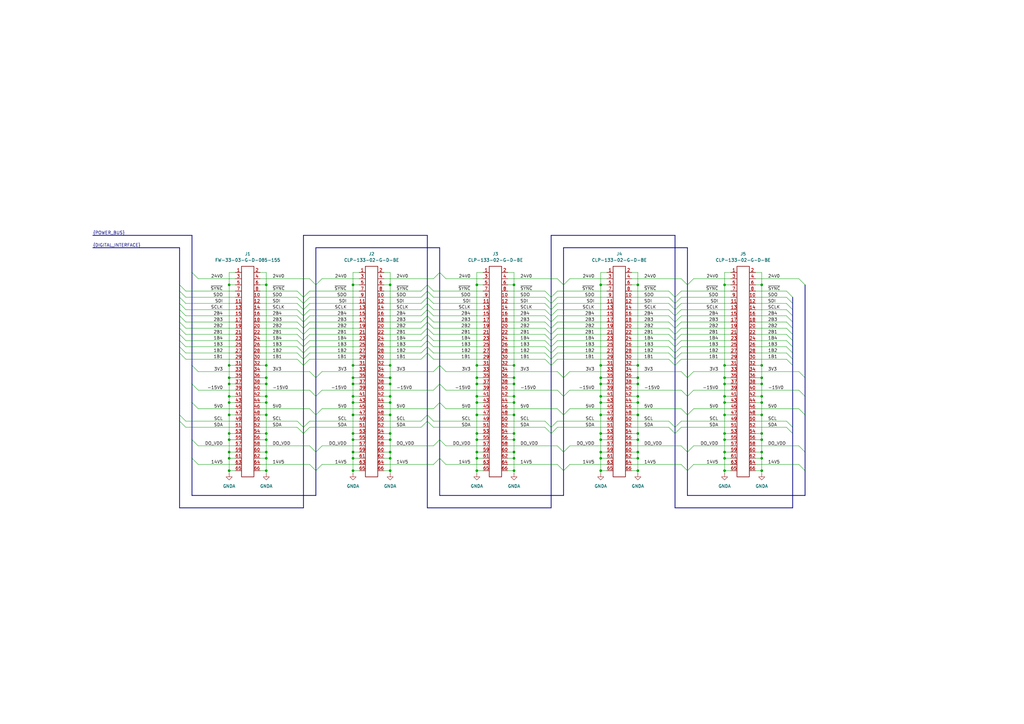
<source format=kicad_sch>
(kicad_sch (version 20250114) (generator "eeschema") (generator_version "9.0")
  (paper "A3")
  (bus_alias "DIGITAL_INTERFACE" (members "GPIO_A" "GPIO_B" "GPIO_C" "GPIO_D" "GPIO_E" "GPIO_F" "~{ADC_RDY}" "~{ALERT}" "~{RESET}" "SDO" "SDI" "SCLK" "~{SYNC}" "SCL" "SDA" "P1_0" "P1_1" "P1_2" "P1_3" "P1_4" "P1_5" "P1_6" "P1_7" "1B1" "1B2" "1B3" "1B4" "2B1" "2B2" "2B3" "2B4" "AD0" "AD1"))
  (bus_alias "POWER_BUS" (members "24V0" "3V3" "14V5" "-15V0" "DO_VDD" "5V0"))
  (junction (at 109.22 116.84))
  (junction (at 297.18 185.42))
  (junction (at 109.22 162.56))
  (junction (at 246.38 180.34))
  (junction (at 261.62 149.86))
  (junction (at 160.02 170.18))
  (junction (at 210.82 154.94))
  (junction (at 109.22 177.8))
  (junction (at 297.18 180.34))
  (junction (at 312.42 149.86))
  (junction (at 195.58 154.94))
  (junction (at 297.18 154.94))
  (junction (at 246.38 162.56))
  (junction (at 144.78 170.18))
  (junction (at 297.18 157.48))
  (junction (at 109.22 180.34))
  (junction (at 312.42 116.84))
  (junction (at 144.78 157.48))
  (junction (at 246.38 170.18))
  (junction (at 246.38 193.04))
  (junction (at 246.38 185.42))
  (junction (at 312.42 177.8))
  (junction (at 144.78 180.34))
  (junction (at 144.78 162.56))
  (junction (at 144.78 165.1))
  (junction (at 261.62 165.1))
  (junction (at 109.22 185.42))
  (junction (at 93.98 185.42))
  (junction (at 246.38 165.1))
  (junction (at 210.82 162.56))
  (junction (at 312.42 157.48))
  (junction (at 210.82 157.48))
  (junction (at 312.42 162.56))
  (junction (at 195.58 116.84))
  (junction (at 246.38 154.94))
  (junction (at 210.82 165.1))
  (junction (at 109.22 170.18))
  (junction (at 297.18 116.84))
  (junction (at 93.98 177.8))
  (junction (at 210.82 187.96))
  (junction (at 144.78 193.04))
  (junction (at 144.78 177.8))
  (junction (at 297.18 187.96))
  (junction (at 109.22 165.1))
  (junction (at 195.58 162.56))
  (junction (at 93.98 154.94))
  (junction (at 109.22 187.96))
  (junction (at 93.98 149.86))
  (junction (at 261.62 187.96))
  (junction (at 160.02 180.34))
  (junction (at 109.22 193.04))
  (junction (at 195.58 193.04))
  (junction (at 144.78 185.42))
  (junction (at 261.62 157.48))
  (junction (at 261.62 154.94))
  (junction (at 297.18 165.1))
  (junction (at 261.62 193.04))
  (junction (at 261.62 162.56))
  (junction (at 210.82 149.86))
  (junction (at 160.02 193.04))
  (junction (at 297.18 149.86))
  (junction (at 246.38 149.86))
  (junction (at 160.02 185.42))
  (junction (at 297.18 177.8))
  (junction (at 297.18 162.56))
  (junction (at 312.42 154.94))
  (junction (at 210.82 180.34))
  (junction (at 160.02 157.48))
  (junction (at 160.02 187.96))
  (junction (at 246.38 187.96))
  (junction (at 312.42 187.96))
  (junction (at 312.42 180.34))
  (junction (at 93.98 162.56))
  (junction (at 210.82 185.42))
  (junction (at 195.58 180.34))
  (junction (at 261.62 185.42))
  (junction (at 195.58 185.42))
  (junction (at 109.22 157.48))
  (junction (at 93.98 116.84))
  (junction (at 195.58 170.18))
  (junction (at 93.98 193.04))
  (junction (at 144.78 154.94))
  (junction (at 312.42 185.42))
  (junction (at 261.62 177.8))
  (junction (at 261.62 116.84))
  (junction (at 93.98 157.48))
  (junction (at 246.38 157.48))
  (junction (at 93.98 165.1))
  (junction (at 297.18 170.18))
  (junction (at 312.42 193.04))
  (junction (at 312.42 170.18))
  (junction (at 160.02 149.86))
  (junction (at 109.22 154.94))
  (junction (at 261.62 180.34))
  (junction (at 195.58 149.86))
  (junction (at 93.98 170.18))
  (junction (at 210.82 170.18))
  (junction (at 210.82 177.8))
  (junction (at 312.42 165.1))
  (junction (at 246.38 177.8))
  (junction (at 195.58 157.48))
  (junction (at 144.78 187.96))
  (junction (at 160.02 116.84))
  (junction (at 144.78 149.86))
  (junction (at 261.62 170.18))
  (junction (at 160.02 177.8))
  (junction (at 195.58 177.8))
  (junction (at 246.38 116.84))
  (junction (at 144.78 116.84))
  (junction (at 160.02 162.56))
  (junction (at 195.58 165.1))
  (junction (at 109.22 149.86))
  (junction (at 93.98 187.96))
  (junction (at 210.82 116.84))
  (junction (at 160.02 154.94))
  (junction (at 195.58 187.96))
  (junction (at 297.18 193.04))
  (junction (at 93.98 180.34))
  (junction (at 210.82 193.04))
  (junction (at 160.02 165.1))
  (bus_entry (at 121.92 139.7) (size 2.54 2.54))
  (bus_entry (at 121.92 175.26) (size 2.54 2.54))
  (bus_entry (at 274.32 132.08) (size 2.54 2.54))
  (bus_entry (at 322.58 139.7) (size 2.54 2.54))
  (bus_entry (at 279.4 144.78) (size -2.54 2.54))
  (bus_entry (at 279.4 132.08) (size -2.54 2.54))
  (bus_entry (at 274.32 172.72) (size 2.54 2.54))
  (bus_entry (at 279.4 129.54) (size -2.54 2.54))
  (bus_entry (at 274.32 119.38) (size 2.54 2.54))
  (bus_entry (at 284.48 182.88) (size -2.54 2.54))
  (bus_entry (at 274.32 137.16) (size 2.54 2.54))
  (bus_entry (at 322.58 142.24) (size 2.54 2.54))
  (bus_entry (at 223.52 147.32) (size 2.54 2.54))
  (bus_entry (at 327.66 160.02) (size 2.54 2.54))
  (bus_entry (at 228.6 137.16) (size -2.54 2.54))
  (bus_entry (at 81.28 190.5) (size -2.54 -2.54))
  (bus_entry (at 127 114.3) (size 2.54 2.54))
  (bus_entry (at 274.32 121.92) (size 2.54 2.54))
  (bus_entry (at 127 119.38) (size -2.54 2.54))
  (bus_entry (at 81.28 160.02) (size -2.54 -2.54))
  (bus_entry (at 121.92 142.24) (size 2.54 2.54))
  (bus_entry (at 223.52 124.46) (size 2.54 2.54))
  (bus_entry (at 76.2 132.08) (size -2.54 -2.54))
  (bus_entry (at 172.72 132.08) (size 2.54 -2.54))
  (bus_entry (at 172.72 129.54) (size 2.54 -2.54))
  (bus_entry (at 228.6 142.24) (size -2.54 2.54))
  (bus_entry (at 279.4 167.64) (size 2.54 2.54))
  (bus_entry (at 76.2 119.38) (size -2.54 -2.54))
  (bus_entry (at 228.6 114.3) (size 2.54 2.54))
  (bus_entry (at 228.6 172.72) (size -2.54 2.54))
  (bus_entry (at 76.2 147.32) (size -2.54 -2.54))
  (bus_entry (at 279.4 172.72) (size -2.54 2.54))
  (bus_entry (at 322.58 175.26) (size 2.54 2.54))
  (bus_entry (at 132.08 190.5) (size -2.54 2.54))
  (bus_entry (at 233.68 114.3) (size -2.54 2.54))
  (bus_entry (at 172.72 124.46) (size 2.54 -2.54))
  (bus_entry (at 223.52 134.62) (size 2.54 2.54))
  (bus_entry (at 279.4 127) (size -2.54 2.54))
  (bus_entry (at 127 129.54) (size -2.54 2.54))
  (bus_entry (at 233.68 152.4) (size -2.54 2.54))
  (bus_entry (at 233.68 160.02) (size -2.54 2.54))
  (bus_entry (at 223.52 127) (size 2.54 2.54))
  (bus_entry (at 182.88 114.3) (size -2.54 -2.54))
  (bus_entry (at 274.32 134.62) (size 2.54 2.54))
  (bus_entry (at 127 190.5) (size 2.54 2.54))
  (bus_entry (at 121.92 129.54) (size 2.54 2.54))
  (bus_entry (at 127 121.92) (size -2.54 2.54))
  (bus_entry (at 76.2 127) (size -2.54 -2.54))
  (bus_entry (at 76.2 172.72) (size -2.54 -2.54))
  (bus_entry (at 127 124.46) (size -2.54 2.54))
  (bus_entry (at 327.66 182.88) (size 2.54 2.54))
  (bus_entry (at 228.6 190.5) (size 2.54 2.54))
  (bus_entry (at 228.6 121.92) (size -2.54 2.54))
  (bus_entry (at 76.2 121.92) (size -2.54 -2.54))
  (bus_entry (at 127 127) (size -2.54 2.54))
  (bus_entry (at 76.2 134.62) (size -2.54 -2.54))
  (bus_entry (at 127 167.64) (size 2.54 2.54))
  (bus_entry (at 322.58 124.46) (size 2.54 2.54))
  (bus_entry (at 121.92 124.46) (size 2.54 2.54))
  (bus_entry (at 127 144.78) (size -2.54 2.54))
  (bus_entry (at 76.2 139.7) (size -2.54 -2.54))
  (bus_entry (at 177.8 137.16) (size -2.54 -2.54))
  (bus_entry (at 228.6 139.7) (size -2.54 2.54))
  (bus_entry (at 279.4 121.92) (size -2.54 2.54))
  (bus_entry (at 274.32 175.26) (size 2.54 2.54))
  (bus_entry (at 182.88 160.02) (size -2.54 -2.54))
  (bus_entry (at 172.72 139.7) (size 2.54 -2.54))
  (bus_entry (at 172.72 175.26) (size 2.54 -2.54))
  (bus_entry (at 81.28 182.88) (size -2.54 -2.54))
  (bus_entry (at 322.58 127) (size 2.54 2.54))
  (bus_entry (at 127 160.02) (size 2.54 2.54))
  (bus_entry (at 127 139.7) (size -2.54 2.54))
  (bus_entry (at 279.4 134.62) (size -2.54 2.54))
  (bus_entry (at 279.4 147.32) (size -2.54 2.54))
  (bus_entry (at 177.8 144.78) (size -2.54 -2.54))
  (bus_entry (at 223.52 175.26) (size 2.54 2.54))
  (bus_entry (at 228.6 132.08) (size -2.54 2.54))
  (bus_entry (at 322.58 134.62) (size 2.54 2.54))
  (bus_entry (at 132.08 167.64) (size -2.54 2.54))
  (bus_entry (at 223.52 121.92) (size 2.54 2.54))
  (bus_entry (at 279.4 139.7) (size -2.54 2.54))
  (bus_entry (at 274.32 144.78) (size 2.54 2.54))
  (bus_entry (at 127 152.4) (size 2.54 2.54))
  (bus_entry (at 121.92 147.32) (size 2.54 2.54))
  (bus_entry (at 279.4 119.38) (size -2.54 2.54))
  (bus_entry (at 284.48 167.64) (size -2.54 2.54))
  (bus_entry (at 233.68 190.5) (size -2.54 2.54))
  (bus_entry (at 322.58 129.54) (size 2.54 2.54))
  (bus_entry (at 172.72 127) (size 2.54 -2.54))
  (bus_entry (at 177.8 142.24) (size -2.54 -2.54))
  (bus_entry (at 81.28 167.64) (size -2.54 -2.54))
  (bus_entry (at 322.58 119.38) (size 2.54 2.54))
  (bus_entry (at 274.32 129.54) (size 2.54 2.54))
  (bus_entry (at 327.66 190.5) (size 2.54 2.54))
  (bus_entry (at 322.58 172.72) (size 2.54 2.54))
  (bus_entry (at 127 175.26) (size -2.54 2.54))
  (bus_entry (at 274.32 142.24) (size 2.54 2.54))
  (bus_entry (at 228.6 124.46) (size -2.54 2.54))
  (bus_entry (at 177.8 127) (size -2.54 -2.54))
  (bus_entry (at 127 132.08) (size -2.54 2.54))
  (bus_entry (at 279.4 124.46) (size -2.54 2.54))
  (bus_entry (at 182.88 190.5) (size -2.54 -2.54))
  (bus_entry (at 228.6 134.62) (size -2.54 2.54))
  (bus_entry (at 127 182.88) (size 2.54 2.54))
  (bus_entry (at 279.4 160.02) (size 2.54 2.54))
  (bus_entry (at 132.08 114.3) (size -2.54 2.54))
  (bus_entry (at 172.72 172.72) (size 2.54 -2.54))
  (bus_entry (at 223.52 144.78) (size 2.54 2.54))
  (bus_entry (at 228.6 147.32) (size -2.54 2.54))
  (bus_entry (at 177.8 139.7) (size -2.54 -2.54))
  (bus_entry (at 172.72 137.16) (size 2.54 -2.54))
  (bus_entry (at 223.52 119.38) (size 2.54 2.54))
  (bus_entry (at 228.6 182.88) (size 2.54 2.54))
  (bus_entry (at 182.88 182.88) (size -2.54 -2.54))
  (bus_entry (at 182.88 152.4) (size -2.54 -2.54))
  (bus_entry (at 177.8 167.64) (size 2.54 -2.54))
  (bus_entry (at 177.8 182.88) (size 2.54 -2.54))
  (bus_entry (at 228.6 129.54) (size -2.54 2.54))
  (bus_entry (at 121.92 172.72) (size 2.54 2.54))
  (bus_entry (at 322.58 144.78) (size 2.54 2.54))
  (bus_entry (at 228.6 152.4) (size 2.54 2.54))
  (bus_entry (at 223.52 139.7) (size 2.54 2.54))
  (bus_entry (at 279.4 137.16) (size -2.54 2.54))
  (bus_entry (at 274.32 124.46) (size 2.54 2.54))
  (bus_entry (at 177.8 147.32) (size -2.54 -2.54))
  (bus_entry (at 127 134.62) (size -2.54 2.54))
  (bus_entry (at 279.4 142.24) (size -2.54 2.54))
  (bus_entry (at 228.6 127) (size -2.54 2.54))
  (bus_entry (at 121.92 121.92) (size 2.54 2.54))
  (bus_entry (at 121.92 134.62) (size 2.54 2.54))
  (bus_entry (at 172.72 119.38) (size 2.54 -2.54))
  (bus_entry (at 177.8 172.72) (size -2.54 -2.54))
  (bus_entry (at 274.32 147.32) (size 2.54 2.54))
  (bus_entry (at 228.6 160.02) (size 2.54 2.54))
  (bus_entry (at 322.58 147.32) (size 2.54 2.54))
  (bus_entry (at 233.68 167.64) (size -2.54 2.54))
  (bus_entry (at 182.88 167.64) (size -2.54 -2.54))
  (bus_entry (at 322.58 137.16) (size 2.54 2.54))
  (bus_entry (at 172.72 121.92) (size 2.54 -2.54))
  (bus_entry (at 177.8 121.92) (size -2.54 -2.54))
  (bus_entry (at 127 172.72) (size -2.54 2.54))
  (bus_entry (at 327.66 167.64) (size 2.54 2.54))
  (bus_entry (at 284.48 190.5) (size -2.54 2.54))
  (bus_entry (at 177.8 114.3) (size 2.54 -2.54))
  (bus_entry (at 177.8 190.5) (size 2.54 -2.54))
  (bus_entry (at 127 137.16) (size -2.54 2.54))
  (bus_entry (at 132.08 182.88) (size -2.54 2.54))
  (bus_entry (at 76.2 129.54) (size -2.54 -2.54))
  (bus_entry (at 279.4 152.4) (size 2.54 2.54))
  (bus_entry (at 132.08 152.4) (size -2.54 2.54))
  (bus_entry (at 177.8 160.02) (size 2.54 -2.54))
  (bus_entry (at 327.66 114.3) (size 2.54 2.54))
  (bus_entry (at 274.32 127) (size 2.54 2.54))
  (bus_entry (at 177.8 152.4) (size 2.54 -2.54))
  (bus_entry (at 274.32 139.7) (size 2.54 2.54))
  (bus_entry (at 284.48 152.4) (size -2.54 2.54))
  (bus_entry (at 177.8 134.62) (size -2.54 -2.54))
  (bus_entry (at 177.8 119.38) (size -2.54 -2.54))
  (bus_entry (at 223.52 142.24) (size 2.54 2.54))
  (bus_entry (at 132.08 160.02) (size -2.54 2.54))
  (bus_entry (at 223.52 132.08) (size 2.54 2.54))
  (bus_entry (at 81.28 114.3) (size -2.54 -2.54))
  (bus_entry (at 121.92 132.08) (size 2.54 2.54))
  (bus_entry (at 322.58 121.92) (size 2.54 2.54))
  (bus_entry (at 279.4 175.26) (size -2.54 2.54))
  (bus_entry (at 177.8 175.26) (size -2.54 -2.54))
  (bus_entry (at 284.48 114.3) (size -2.54 2.54))
  (bus_entry (at 279.4 114.3) (size 2.54 2.54))
  (bus_entry (at 121.92 144.78) (size 2.54 2.54))
  (bus_entry (at 172.72 134.62) (size 2.54 -2.54))
  (bus_entry (at 121.92 119.38) (size 2.54 2.54))
  (bus_entry (at 279.4 190.5) (size 2.54 2.54))
  (bus_entry (at 81.28 152.4) (size -2.54 -2.54))
  (bus_entry (at 127 142.24) (size -2.54 2.54))
  (bus_entry (at 233.68 182.88) (size -2.54 2.54))
  (bus_entry (at 172.72 147.32) (size 2.54 -2.54))
  (bus_entry (at 76.2 144.78) (size -2.54 -2.54))
  (bus_entry (at 172.72 144.78) (size 2.54 -2.54))
  (bus_entry (at 177.8 129.54) (size -2.54 -2.54))
  (bus_entry (at 172.72 142.24) (size 2.54 -2.54))
  (bus_entry (at 76.2 142.24) (size -2.54 -2.54))
  (bus_entry (at 177.8 124.46) (size -2.54 -2.54))
  (bus_entry (at 228.6 167.64) (size 2.54 2.54))
  (bus_entry (at 228.6 119.38) (size -2.54 2.54))
  (bus_entry (at 121.92 127) (size 2.54 2.54))
  (bus_entry (at 228.6 144.78) (size -2.54 2.54))
  (bus_entry (at 76.2 137.16) (size -2.54 -2.54))
  (bus_entry (at 177.8 132.08) (size -2.54 -2.54))
  (bus_entry (at 127 147.32) (size -2.54 2.54))
  (bus_entry (at 121.92 137.16) (size 2.54 2.54))
  (bus_entry (at 322.58 132.08) (size 2.54 2.54))
  (bus_entry (at 327.66 152.4) (size 2.54 2.54))
  (bus_entry (at 284.48 160.02) (size -2.54 2.54))
  (bus_entry (at 228.6 175.26) (size -2.54 2.54))
  (bus_entry (at 76.2 175.26) (size -2.54 -2.54))
  (bus_entry (at 76.2 124.46) (size -2.54 -2.54))
  (bus_entry (at 223.52 172.72) (size 2.54 2.54))
  (bus_entry (at 279.4 182.88) (size 2.54 2.54))
  (bus_entry (at 223.52 129.54) (size 2.54 2.54))
  (bus_entry (at 223.52 137.16) (size 2.54 2.54))
  (wire (pts (xy 93.98 157.48) (xy 93.98 162.56)))
  (wire (pts (xy 228.6 121.92) (xy 248.92 121.92)))
  (bus (pts (xy 124.46 129.54) (xy 124.46 127)))
  (wire (pts (xy 208.28 119.38) (xy 223.52 119.38)))
  (wire (pts (xy 106.68 182.88) (xy 127 182.88)))
  (wire (pts (xy 309.88 147.32) (xy 322.58 147.32)))
  (bus (pts (xy 175.26 144.78) (xy 175.26 142.24)))
  (wire (pts (xy 246.38 193.04) (xy 246.38 194.31)))
  (wire (pts (xy 233.68 182.88) (xy 248.92 182.88)))
  (wire (pts (xy 297.18 187.96) (xy 299.72 187.96)))
  (wire (pts (xy 246.38 177.8) (xy 246.38 180.34)))
  (bus (pts (xy 226.06 129.54) (xy 226.06 127)))
  (wire (pts (xy 210.82 180.34) (xy 208.28 180.34)))
  (wire (pts (xy 127 129.54) (xy 147.32 129.54)))
  (wire (pts (xy 246.38 170.18) (xy 246.38 177.8)))
  (wire (pts (xy 144.78 162.56) (xy 147.32 162.56)))
  (wire (pts (xy 259.08 147.32) (xy 274.32 147.32)))
  (wire (pts (xy 246.38 187.96) (xy 246.38 193.04)))
  (wire (pts (xy 109.22 180.34) (xy 106.68 180.34)))
  (wire (pts (xy 246.38 162.56) (xy 248.92 162.56)))
  (wire (pts (xy 93.98 165.1) (xy 93.98 170.18)))
  (wire (pts (xy 160.02 185.42) (xy 157.48 185.42)))
  (bus (pts (xy 226.06 134.62) (xy 226.06 132.08)))
  (wire (pts (xy 309.88 137.16) (xy 322.58 137.16)))
  (wire (pts (xy 157.48 124.46) (xy 172.72 124.46)))
  (bus (pts (xy 129.54 162.56) (xy 129.54 170.18)))
  (bus (pts (xy 325.12 177.8) (xy 325.12 175.26)))
  (bus (pts (xy 73.66 208.28) (xy 124.46 208.28)))
  (wire (pts (xy 312.42 170.18) (xy 312.42 177.8)))
  (bus (pts (xy 276.86 139.7) (xy 276.86 137.16)))
  (bus (pts (xy 226.06 177.8) (xy 226.06 175.26)))
  (wire (pts (xy 233.68 114.3) (xy 248.92 114.3)))
  (bus (pts (xy 175.26 116.84) (xy 175.26 119.38)))
  (bus (pts (xy 129.54 185.42) (xy 129.54 193.04)))
  (wire (pts (xy 76.2 134.62) (xy 96.52 134.62)))
  (bus (pts (xy 129.54 101.6) (xy 129.54 116.84)))
  (wire (pts (xy 210.82 177.8) (xy 210.82 180.34)))
  (wire (pts (xy 144.78 180.34) (xy 144.78 185.42)))
  (bus (pts (xy 226.06 137.16) (xy 226.06 134.62)))
  (bus (pts (xy 325.12 139.7) (xy 325.12 142.24)))
  (wire (pts (xy 93.98 185.42) (xy 96.52 185.42)))
  (wire (pts (xy 93.98 185.42) (xy 93.98 187.96)))
  (bus (pts (xy 276.86 149.86) (xy 276.86 175.26)))
  (wire (pts (xy 246.38 165.1) (xy 248.92 165.1)))
  (wire (pts (xy 261.62 170.18) (xy 259.08 170.18)))
  (wire (pts (xy 93.98 162.56) (xy 96.52 162.56)))
  (wire (pts (xy 109.22 165.1) (xy 109.22 170.18)))
  (bus (pts (xy 129.54 170.18) (xy 129.54 185.42)))
  (wire (pts (xy 109.22 111.76) (xy 109.22 116.84)))
  (bus (pts (xy 325.12 124.46) (xy 325.12 127)))
  (wire (pts (xy 259.08 175.26) (xy 274.32 175.26)))
  (wire (pts (xy 259.08 121.92) (xy 274.32 121.92)))
  (wire (pts (xy 127 124.46) (xy 147.32 124.46)))
  (wire (pts (xy 177.8 175.26) (xy 198.12 175.26)))
  (bus (pts (xy 73.66 129.54) (xy 73.66 132.08)))
  (bus (pts (xy 330.2 170.18) (xy 330.2 185.42)))
  (wire (pts (xy 297.18 187.96) (xy 297.18 193.04)))
  (bus (pts (xy 175.26 124.46) (xy 175.26 127)))
  (wire (pts (xy 297.18 157.48) (xy 297.18 162.56)))
  (bus (pts (xy 325.12 137.16) (xy 325.12 139.7)))
  (wire (pts (xy 279.4 139.7) (xy 299.72 139.7)))
  (bus (pts (xy 180.34 101.6) (xy 180.34 111.76)))
  (wire (pts (xy 93.98 116.84) (xy 96.52 116.84)))
  (wire (pts (xy 195.58 187.96) (xy 195.58 193.04)))
  (wire (pts (xy 246.38 157.48) (xy 248.92 157.48)))
  (wire (pts (xy 106.68 152.4) (xy 127 152.4)))
  (bus (pts (xy 325.12 134.62) (xy 325.12 137.16)))
  (wire (pts (xy 208.28 167.64) (xy 228.6 167.64)))
  (wire (pts (xy 208.28 182.88) (xy 228.6 182.88)))
  (wire (pts (xy 246.38 157.48) (xy 246.38 162.56)))
  (wire (pts (xy 160.02 165.1) (xy 157.48 165.1)))
  (wire (pts (xy 160.02 157.48) (xy 157.48 157.48)))
  (bus (pts (xy 124.46 134.62) (xy 124.46 132.08)))
  (wire (pts (xy 195.58 170.18) (xy 198.12 170.18)))
  (wire (pts (xy 182.88 167.64) (xy 198.12 167.64)))
  (bus (pts (xy 124.46 208.28) (xy 124.46 177.8)))
  (wire (pts (xy 259.08 172.72) (xy 274.32 172.72)))
  (wire (pts (xy 109.22 116.84) (xy 106.68 116.84)))
  (wire (pts (xy 76.2 132.08) (xy 96.52 132.08)))
  (wire (pts (xy 297.18 165.1) (xy 297.18 170.18)))
  (wire (pts (xy 76.2 119.38) (xy 96.52 119.38)))
  (bus (pts (xy 281.94 193.04) (xy 281.94 203.2)))
  (wire (pts (xy 208.28 172.72) (xy 223.52 172.72)))
  (wire (pts (xy 160.02 162.56) (xy 160.02 165.1)))
  (wire (pts (xy 144.78 157.48) (xy 144.78 162.56)))
  (wire (pts (xy 109.22 194.31) (xy 109.22 193.04)))
  (wire (pts (xy 297.18 193.04) (xy 299.72 193.04)))
  (wire (pts (xy 93.98 193.04) (xy 93.98 194.31)))
  (wire (pts (xy 259.08 182.88) (xy 279.4 182.88)))
  (bus (pts (xy 175.26 96.52) (xy 124.46 96.52)))
  (wire (pts (xy 157.48 175.26) (xy 172.72 175.26)))
  (wire (pts (xy 109.22 170.18) (xy 109.22 177.8)))
  (wire (pts (xy 106.68 124.46) (xy 121.92 124.46)))
  (wire (pts (xy 312.42 116.84) (xy 312.42 149.86)))
  (wire (pts (xy 228.6 119.38) (xy 248.92 119.38)))
  (wire (pts (xy 93.98 149.86) (xy 96.52 149.86)))
  (wire (pts (xy 157.48 152.4) (xy 177.8 152.4)))
  (wire (pts (xy 157.48 111.76) (xy 160.02 111.76)))
  (wire (pts (xy 76.2 139.7) (xy 96.52 139.7)))
  (wire (pts (xy 144.78 193.04) (xy 147.32 193.04)))
  (wire (pts (xy 195.58 154.94) (xy 195.58 157.48)))
  (wire (pts (xy 144.78 187.96) (xy 147.32 187.96)))
  (wire (pts (xy 195.58 116.84) (xy 195.58 149.86)))
  (wire (pts (xy 208.28 121.92) (xy 223.52 121.92)))
  (wire (pts (xy 309.88 121.92) (xy 322.58 121.92)))
  (bus (pts (xy 276.86 144.78) (xy 276.86 142.24)))
  (wire (pts (xy 144.78 157.48) (xy 147.32 157.48)))
  (bus (pts (xy 281.94 116.84) (xy 281.94 154.94)))
  (bus (pts (xy 281.94 162.56) (xy 281.94 170.18)))
  (wire (pts (xy 76.2 144.78) (xy 96.52 144.78)))
  (wire (pts (xy 160.02 165.1) (xy 160.02 170.18)))
  (wire (pts (xy 195.58 170.18) (xy 195.58 177.8)))
  (wire (pts (xy 106.68 142.24) (xy 121.92 142.24)))
  (wire (pts (xy 312.42 185.42) (xy 312.42 187.96)))
  (wire (pts (xy 246.38 149.86) (xy 246.38 154.94)))
  (wire (pts (xy 210.82 185.42) (xy 210.82 187.96)))
  (bus (pts (xy 73.66 121.92) (xy 73.66 119.38)))
  (wire (pts (xy 228.6 127) (xy 248.92 127)))
  (wire (pts (xy 195.58 185.42) (xy 198.12 185.42)))
  (wire (pts (xy 228.6 129.54) (xy 248.92 129.54)))
  (wire (pts (xy 157.48 172.72) (xy 172.72 172.72)))
  (wire (pts (xy 144.78 170.18) (xy 147.32 170.18)))
  (wire (pts (xy 297.18 149.86) (xy 299.72 149.86)))
  (bus (pts (xy 38.1 96.52) (xy 78.74 96.52)))
  (wire (pts (xy 210.82 162.56) (xy 210.82 165.1)))
  (bus (pts (xy 276.86 147.32) (xy 276.86 149.86)))
  (bus (pts (xy 180.34 165.1) (xy 180.34 180.34)))
  (wire (pts (xy 309.88 190.5) (xy 327.66 190.5)))
  (wire (pts (xy 312.42 180.34) (xy 309.88 180.34)))
  (bus (pts (xy 231.14 101.6) (xy 281.94 101.6)))
  (wire (pts (xy 208.28 160.02) (xy 228.6 160.02)))
  (wire (pts (xy 312.42 180.34) (xy 312.42 185.42)))
  (bus (pts (xy 73.66 172.72) (xy 73.66 208.28)))
  (wire (pts (xy 93.98 170.18) (xy 96.52 170.18)))
  (wire (pts (xy 144.78 154.94) (xy 144.78 157.48)))
  (wire (pts (xy 309.88 129.54) (xy 322.58 129.54)))
  (wire (pts (xy 93.98 157.48) (xy 96.52 157.48)))
  (wire (pts (xy 259.08 137.16) (xy 274.32 137.16)))
  (wire (pts (xy 261.62 111.76) (xy 261.62 116.84)))
  (bus (pts (xy 325.12 121.92) (xy 325.12 124.46)))
  (bus (pts (xy 281.94 185.42) (xy 281.94 193.04)))
  (wire (pts (xy 210.82 185.42) (xy 208.28 185.42)))
  (wire (pts (xy 261.62 177.8) (xy 259.08 177.8)))
  (bus (pts (xy 276.86 96.52) (xy 276.86 121.92)))
  (bus (pts (xy 226.06 124.46) (xy 226.06 121.92)))
  (wire (pts (xy 309.88 142.24) (xy 322.58 142.24)))
  (wire (pts (xy 312.42 187.96) (xy 309.88 187.96)))
  (wire (pts (xy 144.78 185.42) (xy 147.32 185.42)))
  (wire (pts (xy 261.62 170.18) (xy 261.62 177.8)))
  (bus (pts (xy 325.12 144.78) (xy 325.12 147.32)))
  (bus (pts (xy 73.66 142.24) (xy 73.66 139.7)))
  (wire (pts (xy 144.78 116.84) (xy 147.32 116.84)))
  (wire (pts (xy 109.22 116.84) (xy 109.22 149.86)))
  (wire (pts (xy 109.22 177.8) (xy 109.22 180.34)))
  (wire (pts (xy 246.38 165.1) (xy 246.38 170.18)))
  (wire (pts (xy 259.08 119.38) (xy 274.32 119.38)))
  (wire (pts (xy 246.38 111.76) (xy 246.38 116.84)))
  (wire (pts (xy 127 175.26) (xy 147.32 175.26)))
  (wire (pts (xy 210.82 177.8) (xy 208.28 177.8)))
  (wire (pts (xy 309.88 111.76) (xy 312.42 111.76)))
  (wire (pts (xy 76.2 129.54) (xy 96.52 129.54)))
  (wire (pts (xy 261.62 180.34) (xy 261.62 185.42)))
  (wire (pts (xy 259.08 167.64) (xy 279.4 167.64)))
  (wire (pts (xy 93.98 111.76) (xy 93.98 116.84)))
  (wire (pts (xy 259.08 132.08) (xy 274.32 132.08)))
  (wire (pts (xy 208.28 139.7) (xy 223.52 139.7)))
  (wire (pts (xy 261.62 162.56) (xy 259.08 162.56)))
  (bus (pts (xy 330.2 162.56) (xy 330.2 170.18)))
  (wire (pts (xy 297.18 162.56) (xy 297.18 165.1)))
  (wire (pts (xy 284.48 160.02) (xy 299.72 160.02)))
  (bus (pts (xy 226.06 149.86) (xy 226.06 175.26)))
  (wire (pts (xy 96.52 111.76) (xy 93.98 111.76)))
  (bus (pts (xy 276.86 177.8) (xy 276.86 208.28)))
  (wire (pts (xy 284.48 182.88) (xy 299.72 182.88)))
  (bus (pts (xy 281.94 154.94) (xy 281.94 162.56)))
  (wire (pts (xy 261.62 162.56) (xy 261.62 165.1)))
  (wire (pts (xy 297.18 177.8) (xy 297.18 180.34)))
  (bus (pts (xy 231.14 170.18) (xy 231.14 185.42)))
  (wire (pts (xy 195.58 180.34) (xy 195.58 185.42)))
  (bus (pts (xy 175.26 208.28) (xy 226.06 208.28)))
  (wire (pts (xy 246.38 154.94) (xy 248.92 154.94)))
  (wire (pts (xy 132.08 167.64) (xy 147.32 167.64)))
  (bus (pts (xy 281.94 170.18) (xy 281.94 185.42)))
  (wire (pts (xy 157.48 144.78) (xy 172.72 144.78)))
  (wire (pts (xy 246.38 193.04) (xy 248.92 193.04)))
  (wire (pts (xy 109.22 154.94) (xy 109.22 157.48)))
  (wire (pts (xy 109.22 177.8) (xy 106.68 177.8)))
  (wire (pts (xy 261.62 116.84) (xy 261.62 149.86)))
  (bus (pts (xy 325.12 208.28) (xy 325.12 177.8)))
  (wire (pts (xy 109.22 157.48) (xy 106.68 157.48)))
  (wire (pts (xy 132.08 152.4) (xy 147.32 152.4)))
  (bus (pts (xy 231.14 185.42) (xy 231.14 193.04)))
  (wire (pts (xy 93.98 170.18) (xy 93.98 177.8)))
  (wire (pts (xy 228.6 139.7) (xy 248.92 139.7)))
  (wire (pts (xy 208.28 127) (xy 223.52 127)))
  (bus (pts (xy 73.66 144.78) (xy 73.66 170.18)))
  (bus (pts (xy 78.74 157.48) (xy 78.74 165.1)))
  (wire (pts (xy 160.02 170.18) (xy 160.02 177.8)))
  (wire (pts (xy 210.82 180.34) (xy 210.82 185.42)))
  (wire (pts (xy 210.82 111.76) (xy 210.82 116.84)))
  (bus (pts (xy 276.86 137.16) (xy 276.86 134.62)))
  (wire (pts (xy 182.88 160.02) (xy 198.12 160.02)))
  (wire (pts (xy 279.4 129.54) (xy 299.72 129.54)))
  (wire (pts (xy 259.08 160.02) (xy 279.4 160.02)))
  (bus (pts (xy 276.86 177.8) (xy 276.86 175.26)))
  (wire (pts (xy 309.88 144.78) (xy 322.58 144.78)))
  (wire (pts (xy 81.28 190.5) (xy 96.52 190.5)))
  (wire (pts (xy 93.98 165.1) (xy 96.52 165.1)))
  (wire (pts (xy 144.78 177.8) (xy 144.78 180.34)))
  (wire (pts (xy 233.68 152.4) (xy 248.92 152.4)))
  (wire (pts (xy 182.88 152.4) (xy 198.12 152.4)))
  (wire (pts (xy 210.82 116.84) (xy 208.28 116.84)))
  (wire (pts (xy 76.2 121.92) (xy 96.52 121.92)))
  (wire (pts (xy 106.68 139.7) (xy 121.92 139.7)))
  (wire (pts (xy 144.78 149.86) (xy 147.32 149.86)))
  (bus (pts (xy 124.46 144.78) (xy 124.46 142.24)))
  (wire (pts (xy 297.18 177.8) (xy 299.72 177.8)))
  (wire (pts (xy 246.38 187.96) (xy 248.92 187.96)))
  (wire (pts (xy 160.02 193.04) (xy 157.48 193.04)))
  (wire (pts (xy 144.78 170.18) (xy 144.78 177.8)))
  (wire (pts (xy 279.4 127) (xy 299.72 127)))
  (wire (pts (xy 81.28 114.3) (xy 96.52 114.3)))
  (bus (pts (xy 73.66 137.16) (xy 73.66 139.7)))
  (wire (pts (xy 210.82 149.86) (xy 208.28 149.86)))
  (wire (pts (xy 210.82 170.18) (xy 208.28 170.18)))
  (wire (pts (xy 109.22 170.18) (xy 106.68 170.18)))
  (bus (pts (xy 175.26 132.08) (xy 175.26 134.62)))
  (bus (pts (xy 124.46 127) (xy 124.46 124.46)))
  (wire (pts (xy 297.18 185.42) (xy 297.18 187.96)))
  (wire (pts (xy 177.8 121.92) (xy 198.12 121.92)))
  (wire (pts (xy 177.8 132.08) (xy 198.12 132.08)))
  (wire (pts (xy 312.42 177.8) (xy 312.42 180.34)))
  (bus (pts (xy 175.26 129.54) (xy 175.26 127)))
  (wire (pts (xy 177.8 144.78) (xy 198.12 144.78)))
  (wire (pts (xy 132.08 160.02) (xy 147.32 160.02)))
  (wire (pts (xy 106.68 172.72) (xy 121.92 172.72)))
  (wire (pts (xy 144.78 165.1) (xy 147.32 165.1)))
  (bus (pts (xy 276.86 142.24) (xy 276.86 139.7)))
  (wire (pts (xy 157.48 121.92) (xy 172.72 121.92)))
  (wire (pts (xy 279.4 175.26) (xy 299.72 175.26)))
  (wire (pts (xy 210.82 157.48) (xy 210.82 162.56)))
  (wire (pts (xy 210.82 154.94) (xy 210.82 157.48)))
  (wire (pts (xy 312.42 193.04) (xy 309.88 193.04)))
  (wire (pts (xy 297.18 116.84) (xy 299.72 116.84)))
  (bus (pts (xy 281.94 101.6) (xy 281.94 116.84)))
  (bus (pts (xy 124.46 96.52) (xy 124.46 121.92)))
  (wire (pts (xy 210.82 193.04) (xy 208.28 193.04)))
  (wire (pts (xy 246.38 185.42) (xy 246.38 187.96)))
  (wire (pts (xy 309.88 119.38) (xy 322.58 119.38)))
  (bus (pts (xy 175.26 144.78) (xy 175.26 170.18)))
  (wire (pts (xy 309.88 132.08) (xy 322.58 132.08)))
  (wire (pts (xy 157.48 139.7) (xy 172.72 139.7)))
  (wire (pts (xy 312.42 194.31) (xy 312.42 193.04)))
  (bus (pts (xy 124.46 139.7) (xy 124.46 137.16)))
  (bus (pts (xy 276.86 129.54) (xy 276.86 127)))
  (bus (pts (xy 226.06 139.7) (xy 226.06 137.16)))
  (wire (pts (xy 309.88 114.3) (xy 327.66 114.3)))
  (bus (pts (xy 124.46 124.46) (xy 124.46 121.92)))
  (bus (pts (xy 226.06 96.52) (xy 226.06 121.92)))
  (wire (pts (xy 106.68 144.78) (xy 121.92 144.78)))
  (bus (pts (xy 78.74 187.96) (xy 78.74 203.2)))
  (wire (pts (xy 208.28 144.78) (xy 223.52 144.78)))
  (bus (pts (xy 276.86 147.32) (xy 276.86 144.78)))
  (wire (pts (xy 127 119.38) (xy 147.32 119.38)))
  (wire (pts (xy 248.92 111.76) (xy 246.38 111.76)))
  (wire (pts (xy 127 132.08) (xy 147.32 132.08)))
  (wire (pts (xy 127 172.72) (xy 147.32 172.72)))
  (wire (pts (xy 109.22 180.34) (xy 109.22 185.42)))
  (wire (pts (xy 210.82 165.1) (xy 210.82 170.18)))
  (wire (pts (xy 228.6 142.24) (xy 248.92 142.24)))
  (wire (pts (xy 195.58 111.76) (xy 195.58 116.84)))
  (wire (pts (xy 144.78 154.94) (xy 147.32 154.94)))
  (wire (pts (xy 297.18 149.86) (xy 297.18 154.94)))
  (wire (pts (xy 309.88 172.72) (xy 322.58 172.72)))
  (bus (pts (xy 180.34 111.76) (xy 180.34 149.86)))
  (wire (pts (xy 127 127) (xy 147.32 127)))
  (wire (pts (xy 261.62 154.94) (xy 259.08 154.94)))
  (bus (pts (xy 226.06 142.24) (xy 226.06 139.7)))
  (bus (pts (xy 78.74 203.2) (xy 129.54 203.2)))
  (wire (pts (xy 261.62 154.94) (xy 261.62 157.48)))
  (bus (pts (xy 73.66 116.84) (xy 73.66 101.6)))
  (wire (pts (xy 297.18 116.84) (xy 297.18 149.86)))
  (bus (pts (xy 325.12 129.54) (xy 325.12 132.08)))
  (wire (pts (xy 195.58 187.96) (xy 198.12 187.96)))
  (wire (pts (xy 195.58 185.42) (xy 195.58 187.96)))
  (bus (pts (xy 276.86 208.28) (xy 325.12 208.28)))
  (bus (pts (xy 330.2 116.84) (xy 330.2 154.94)))
  (wire (pts (xy 228.6 132.08) (xy 248.92 132.08)))
  (wire (pts (xy 261.62 180.34) (xy 259.08 180.34)))
  (wire (pts (xy 93.98 180.34) (xy 96.52 180.34)))
  (wire (pts (xy 127 137.16) (xy 147.32 137.16)))
  (wire (pts (xy 195.58 180.34) (xy 198.12 180.34)))
  (wire (pts (xy 297.18 170.18) (xy 299.72 170.18)))
  (wire (pts (xy 157.48 127) (xy 172.72 127)))
  (wire (pts (xy 177.8 134.62) (xy 198.12 134.62)))
  (wire (pts (xy 208.28 134.62) (xy 223.52 134.62)))
  (bus (pts (xy 124.46 149.86) (xy 124.46 175.26)))
  (wire (pts (xy 127 134.62) (xy 147.32 134.62)))
  (bus (pts (xy 124.46 147.32) (xy 124.46 144.78)))
  (bus (pts (xy 325.12 127) (xy 325.12 129.54)))
  (wire (pts (xy 259.08 134.62) (xy 274.32 134.62)))
  (wire (pts (xy 261.62 187.96) (xy 259.08 187.96)))
  (wire (pts (xy 160.02 162.56) (xy 157.48 162.56)))
  (wire (pts (xy 210.82 187.96) (xy 210.82 193.04)))
  (wire (pts (xy 157.48 119.38) (xy 172.72 119.38)))
  (wire (pts (xy 177.8 147.32) (xy 198.12 147.32)))
  (wire (pts (xy 279.4 134.62) (xy 299.72 134.62)))
  (bus (pts (xy 175.26 129.54) (xy 175.26 132.08)))
  (wire (pts (xy 106.68 137.16) (xy 121.92 137.16)))
  (wire (pts (xy 157.48 167.64) (xy 177.8 167.64)))
  (wire (pts (xy 195.58 193.04) (xy 195.58 194.31)))
  (bus (pts (xy 276.86 132.08) (xy 276.86 129.54)))
  (wire (pts (xy 279.4 144.78) (xy 299.72 144.78)))
  (wire (pts (xy 93.98 177.8) (xy 96.52 177.8)))
  (wire (pts (xy 195.58 149.86) (xy 198.12 149.86)))
  (bus (pts (xy 325.12 132.08) (xy 325.12 134.62)))
  (bus (pts (xy 124.46 142.24) (xy 124.46 139.7)))
  (wire (pts (xy 279.4 119.38) (xy 299.72 119.38)))
  (bus (pts (xy 231.14 203.2) (xy 231.14 193.04)))
  (wire (pts (xy 160.02 170.18) (xy 157.48 170.18)))
  (wire (pts (xy 144.78 193.04) (xy 144.78 194.31)))
  (bus (pts (xy 175.26 137.16) (xy 175.26 134.62)))
  (wire (pts (xy 106.68 127) (xy 121.92 127)))
  (wire (pts (xy 160.02 116.84) (xy 157.48 116.84)))
  (wire (pts (xy 312.42 165.1) (xy 309.88 165.1)))
  (wire (pts (xy 233.68 167.64) (xy 248.92 167.64)))
  (wire (pts (xy 208.28 132.08) (xy 223.52 132.08)))
  (wire (pts (xy 177.8 119.38) (xy 198.12 119.38)))
  (wire (pts (xy 127 142.24) (xy 147.32 142.24)))
  (wire (pts (xy 312.42 149.86) (xy 309.88 149.86)))
  (wire (pts (xy 109.22 162.56) (xy 109.22 165.1)))
  (bus (pts (xy 129.54 203.2) (xy 129.54 193.04)))
  (wire (pts (xy 198.12 111.76) (xy 195.58 111.76)))
  (wire (pts (xy 157.48 129.54) (xy 172.72 129.54)))
  (wire (pts (xy 177.8 172.72) (xy 198.12 172.72)))
  (wire (pts (xy 233.68 160.02) (xy 248.92 160.02)))
  (wire (pts (xy 309.88 124.46) (xy 322.58 124.46)))
  (wire (pts (xy 93.98 116.84) (xy 93.98 149.86)))
  (wire (pts (xy 160.02 185.42) (xy 160.02 187.96)))
  (bus (pts (xy 78.74 180.34) (xy 78.74 187.96)))
  (bus (pts (xy 38.1 101.6) (xy 73.66 101.6)))
  (bus (pts (xy 73.66 121.92) (xy 73.66 124.46)))
  (wire (pts (xy 312.42 170.18) (xy 309.88 170.18)))
  (wire (pts (xy 177.8 137.16) (xy 198.12 137.16)))
  (wire (pts (xy 195.58 165.1) (xy 195.58 170.18)))
  (wire (pts (xy 160.02 149.86) (xy 160.02 154.94)))
  (wire (pts (xy 127 147.32) (xy 147.32 147.32)))
  (bus (pts (xy 175.26 116.84) (xy 175.26 96.52)))
  (bus (pts (xy 78.74 165.1) (xy 78.74 180.34)))
  (wire (pts (xy 195.58 157.48) (xy 195.58 162.56)))
  (wire (pts (xy 312.42 177.8) (xy 309.88 177.8)))
  (bus (pts (xy 231.14 116.84) (xy 231.14 154.94)))
  (wire (pts (xy 228.6 134.62) (xy 248.92 134.62)))
  (wire (pts (xy 160.02 149.86) (xy 157.48 149.86)))
  (wire (pts (xy 127 144.78) (xy 147.32 144.78)))
  (bus (pts (xy 226.06 96.52) (xy 276.86 96.52)))
  (wire (pts (xy 160.02 187.96) (xy 160.02 193.04)))
  (wire (pts (xy 309.88 182.88) (xy 327.66 182.88)))
  (wire (pts (xy 208.28 190.5) (xy 228.6 190.5)))
  (wire (pts (xy 76.2 175.26) (xy 96.52 175.26)))
  (wire (pts (xy 157.48 137.16) (xy 172.72 137.16)))
  (bus (pts (xy 180.34 157.48) (xy 180.34 165.1)))
  (wire (pts (xy 309.88 175.26) (xy 322.58 175.26)))
  (wire (pts (xy 297.18 165.1) (xy 299.72 165.1)))
  (wire (pts (xy 109.22 193.04) (xy 106.68 193.04)))
  (wire (pts (xy 228.6 172.72) (xy 248.92 172.72)))
  (wire (pts (xy 109.22 157.48) (xy 109.22 162.56)))
  (bus (pts (xy 175.26 170.18) (xy 175.26 172.72)))
  (wire (pts (xy 132.08 182.88) (xy 147.32 182.88)))
  (wire (pts (xy 160.02 157.48) (xy 160.02 162.56)))
  (wire (pts (xy 210.82 165.1) (xy 208.28 165.1)))
  (wire (pts (xy 157.48 114.3) (xy 177.8 114.3)))
  (wire (pts (xy 106.68 114.3) (xy 127 114.3)))
  (wire (pts (xy 132.08 190.5) (xy 147.32 190.5)))
  (wire (pts (xy 144.78 187.96) (xy 144.78 193.04)))
  (wire (pts (xy 246.38 154.94) (xy 246.38 157.48)))
  (wire (pts (xy 195.58 177.8) (xy 195.58 180.34)))
  (bus (pts (xy 330.2 203.2) (xy 330.2 193.04)))
  (wire (pts (xy 160.02 154.94) (xy 160.02 157.48)))
  (wire (pts (xy 279.4 124.46) (xy 299.72 124.46)))
  (wire (pts (xy 309.88 152.4) (xy 327.66 152.4)))
  (wire (pts (xy 160.02 177.8) (xy 160.02 180.34)))
  (wire (pts (xy 246.38 116.84) (xy 246.38 149.86)))
  (wire (pts (xy 208.28 137.16) (xy 223.52 137.16)))
  (bus (pts (xy 78.74 111.76) (xy 78.74 149.86)))
  (wire (pts (xy 182.88 182.88) (xy 198.12 182.88)))
  (bus (pts (xy 276.86 124.46) (xy 276.86 121.92)))
  (bus (pts (xy 330.2 154.94) (xy 330.2 162.56)))
  (wire (pts (xy 309.88 127) (xy 322.58 127)))
  (wire (pts (xy 177.8 139.7) (xy 198.12 139.7)))
  (wire (pts (xy 93.98 193.04) (xy 96.52 193.04)))
  (wire (pts (xy 147.32 111.76) (xy 144.78 111.76)))
  (bus (pts (xy 175.26 119.38) (xy 175.26 121.92)))
  (wire (pts (xy 210.82 162.56) (xy 208.28 162.56)))
  (wire (pts (xy 284.48 167.64) (xy 299.72 167.64)))
  (wire (pts (xy 261.62 165.1) (xy 261.62 170.18)))
  (wire (pts (xy 279.4 132.08) (xy 299.72 132.08)))
  (wire (pts (xy 210.82 149.86) (xy 210.82 154.94)))
  (wire (pts (xy 195.58 162.56) (xy 198.12 162.56)))
  (wire (pts (xy 157.48 147.32) (xy 172.72 147.32)))
  (wire (pts (xy 144.78 149.86) (xy 144.78 154.94)))
  (bus (pts (xy 129.54 154.94) (xy 129.54 162.56)))
  (wire (pts (xy 81.28 152.4) (xy 96.52 152.4)))
  (wire (pts (xy 144.78 162.56) (xy 144.78 165.1)))
  (wire (pts (xy 284.48 190.5) (xy 299.72 190.5)))
  (wire (pts (xy 182.88 190.5) (xy 198.12 190.5)))
  (wire (pts (xy 106.68 175.26) (xy 121.92 175.26)))
  (wire (pts (xy 312.42 149.86) (xy 312.42 154.94)))
  (wire (pts (xy 93.98 187.96) (xy 96.52 187.96)))
  (wire (pts (xy 93.98 149.86) (xy 93.98 154.94)))
  (wire (pts (xy 309.88 160.02) (xy 327.66 160.02)))
  (wire (pts (xy 76.2 172.72) (xy 96.52 172.72)))
  (wire (pts (xy 246.38 180.34) (xy 248.92 180.34)))
  (bus (pts (xy 325.12 142.24) (xy 325.12 144.78)))
  (wire (pts (xy 160.02 180.34) (xy 160.02 185.42)))
  (wire (pts (xy 259.08 114.3) (xy 279.4 114.3)))
  (wire (pts (xy 76.2 127) (xy 96.52 127)))
  (wire (pts (xy 160.02 187.96) (xy 157.48 187.96)))
  (wire (pts (xy 109.22 162.56) (xy 106.68 162.56)))
  (bus (pts (xy 124.46 177.8) (xy 124.46 175.26)))
  (wire (pts (xy 246.38 162.56) (xy 246.38 165.1)))
  (wire (pts (xy 279.4 121.92) (xy 299.72 121.92)))
  (wire (pts (xy 157.48 182.88) (xy 177.8 182.88)))
  (bus (pts (xy 226.06 144.78) (xy 226.06 147.32)))
  (wire (pts (xy 109.22 149.86) (xy 109.22 154.94)))
  (wire (pts (xy 106.68 132.08) (xy 121.92 132.08)))
  (wire (pts (xy 160.02 116.84) (xy 160.02 149.86)))
  (wire (pts (xy 160.02 111.76) (xy 160.02 116.84)))
  (wire (pts (xy 261.62 177.8) (xy 261.62 180.34)))
  (wire (pts (xy 208.28 142.24) (xy 223.52 142.24)))
  (wire (pts (xy 297.18 170.18) (xy 297.18 177.8)))
  (wire (pts (xy 127 139.7) (xy 147.32 139.7)))
  (wire (pts (xy 208.28 147.32) (xy 223.52 147.32)))
  (wire (pts (xy 109.22 185.42) (xy 106.68 185.42)))
  (wire (pts (xy 210.82 170.18) (xy 210.82 177.8)))
  (wire (pts (xy 261.62 185.42) (xy 259.08 185.42)))
  (bus (pts (xy 175.26 172.72) (xy 175.26 208.28)))
  (wire (pts (xy 299.72 111.76) (xy 297.18 111.76)))
  (wire (pts (xy 157.48 160.02) (xy 177.8 160.02)))
  (wire (pts (xy 228.6 175.26) (xy 248.92 175.26)))
  (wire (pts (xy 261.62 116.84) (xy 259.08 116.84)))
  (wire (pts (xy 144.78 116.84) (xy 144.78 149.86)))
  (bus (pts (xy 73.66 144.78) (xy 73.66 142.24)))
  (bus (pts (xy 231.14 154.94) (xy 231.14 162.56)))
  (wire (pts (xy 208.28 152.4) (xy 228.6 152.4)))
  (bus (pts (xy 175.26 139.7) (xy 175.26 142.24)))
  (bus (pts (xy 226.06 147.32) (xy 226.06 149.86)))
  (wire (pts (xy 208.28 175.26) (xy 223.52 175.26)))
  (wire (pts (xy 157.48 190.5) (xy 177.8 190.5)))
  (wire (pts (xy 109.22 149.86) (xy 106.68 149.86)))
  (wire (pts (xy 195.58 177.8) (xy 198.12 177.8)))
  (wire (pts (xy 109.22 154.94) (xy 106.68 154.94)))
  (wire (pts (xy 246.38 116.84) (xy 248.92 116.84)))
  (bus (pts (xy 180.34 187.96) (xy 180.34 203.2)))
  (bus (pts (xy 330.2 185.42) (xy 330.2 193.04)))
  (wire (pts (xy 93.98 187.96) (xy 93.98 193.04)))
  (wire (pts (xy 246.38 149.86) (xy 248.92 149.86)))
  (bus (pts (xy 73.66 119.38) (xy 73.66 116.84)))
  (wire (pts (xy 297.18 180.34) (xy 297.18 185.42)))
  (wire (pts (xy 210.82 157.48) (xy 208.28 157.48)))
  (wire (pts (xy 259.08 152.4) (xy 279.4 152.4)))
  (wire (pts (xy 81.28 167.64) (xy 96.52 167.64)))
  (wire (pts (xy 195.58 162.56) (xy 195.58 165.1)))
  (wire (pts (xy 109.22 187.96) (xy 109.22 193.04)))
  (wire (pts (xy 195.58 116.84) (xy 198.12 116.84)))
  (wire (pts (xy 259.08 129.54) (xy 274.32 129.54)))
  (wire (pts (xy 279.4 142.24) (xy 299.72 142.24)))
  (wire (pts (xy 160.02 194.31) (xy 160.02 193.04)))
  (wire (pts (xy 195.58 154.94) (xy 198.12 154.94)))
  (wire (pts (xy 261.62 187.96) (xy 261.62 193.04)))
  (wire (pts (xy 160.02 180.34) (xy 157.48 180.34)))
  (wire (pts (xy 81.28 160.02) (xy 96.52 160.02)))
  (wire (pts (xy 309.88 134.62) (xy 322.58 134.62)))
  (wire (pts (xy 127 121.92) (xy 147.32 121.92)))
  (bus (pts (xy 175.26 121.92) (xy 175.26 124.46)))
  (bus (pts (xy 276.86 127) (xy 276.86 124.46)))
  (wire (pts (xy 210.82 194.31) (xy 210.82 193.04)))
  (wire (pts (xy 228.6 124.46) (xy 248.92 124.46)))
  (bus (pts (xy 73.66 129.54) (xy 73.66 127)))
  (wire (pts (xy 297.18 180.34) (xy 299.72 180.34)))
  (bus (pts (xy 226.06 132.08) (xy 226.06 129.54)))
  (wire (pts (xy 195.58 165.1) (xy 198.12 165.1)))
  (bus (pts (xy 73.66 134.62) (xy 73.66 132.08)))
  (wire (pts (xy 208.28 129.54) (xy 223.52 129.54)))
  (wire (pts (xy 106.68 167.64) (xy 127 167.64)))
  (wire (pts (xy 157.48 134.62) (xy 172.72 134.62)))
  (wire (pts (xy 160.02 154.94) (xy 157.48 154.94)))
  (bus (pts (xy 78.74 111.76) (xy 78.74 96.52)))
  (wire (pts (xy 177.8 129.54) (xy 198.12 129.54)))
  (wire (pts (xy 93.98 162.56) (xy 93.98 165.1)))
  (wire (pts (xy 106.68 190.5) (xy 127 190.5)))
  (wire (pts (xy 210.82 187.96) (xy 208.28 187.96)))
  (wire (pts (xy 309.88 139.7) (xy 322.58 139.7)))
  (wire (pts (xy 109.22 187.96) (xy 106.68 187.96)))
  (bus (pts (xy 231.14 101.6) (xy 231.14 116.84)))
  (bus (pts (xy 325.12 147.32) (xy 325.12 149.86)))
  (wire (pts (xy 259.08 111.76) (xy 261.62 111.76)))
  (wire (pts (xy 312.42 162.56) (xy 312.42 165.1)))
  (wire (pts (xy 297.18 111.76) (xy 297.18 116.84)))
  (wire (pts (xy 93.98 177.8) (xy 93.98 180.34)))
  (wire (pts (xy 208.28 111.76) (xy 210.82 111.76)))
  (bus (pts (xy 175.26 137.16) (xy 175.26 139.7)))
  (wire (pts (xy 297.18 193.04) (xy 297.18 194.31)))
  (wire (pts (xy 177.8 127) (xy 198.12 127)))
  (bus (pts (xy 180.34 149.86) (xy 180.34 157.48)))
  (wire (pts (xy 76.2 137.16) (xy 96.52 137.16)))
  (wire (pts (xy 259.08 139.7) (xy 274.32 139.7)))
  (wire (pts (xy 261.62 157.48) (xy 261.62 162.56)))
  (wire (pts (xy 297.18 162.56) (xy 299.72 162.56)))
  (wire (pts (xy 106.68 111.76) (xy 109.22 111.76)))
  (bus (pts (xy 226.06 127) (xy 226.06 124.46)))
  (wire (pts (xy 195.58 157.48) (xy 198.12 157.48)))
  (wire (pts (xy 279.4 147.32) (xy 299.72 147.32)))
  (wire (pts (xy 233.68 190.5) (xy 248.92 190.5)))
  (wire (pts (xy 76.2 147.32) (xy 96.52 147.32)))
  (bus (pts (xy 180.34 180.34) (xy 180.34 187.96)))
  (wire (pts (xy 261.62 157.48) (xy 259.08 157.48)))
  (wire (pts (xy 246.38 180.34) (xy 246.38 185.42)))
  (wire (pts (xy 312.42 154.94) (xy 309.88 154.94)))
  (wire (pts (xy 160.02 177.8) (xy 157.48 177.8)))
  (wire (pts (xy 144.78 111.76) (xy 144.78 116.84)))
  (wire (pts (xy 246.38 170.18) (xy 248.92 170.18)))
  (wire (pts (xy 228.6 144.78) (xy 248.92 144.78)))
  (wire (pts (xy 312.42 111.76) (xy 312.42 116.84)))
  (wire (pts (xy 297.18 157.48) (xy 299.72 157.48)))
  (wire (pts (xy 144.78 165.1) (xy 144.78 170.18)))
  (wire (pts (xy 208.28 124.46) (xy 223.52 124.46)))
  (wire (pts (xy 261.62 193.04) (xy 259.08 193.04)))
  (wire (pts (xy 109.22 185.42) (xy 109.22 187.96)))
  (wire (pts (xy 195.58 149.86) (xy 195.58 154.94)))
  (wire (pts (xy 132.08 114.3) (xy 147.32 114.3)))
  (wire (pts (xy 106.68 129.54) (xy 121.92 129.54)))
  (wire (pts (xy 208.28 114.3) (xy 228.6 114.3)))
  (wire (pts (xy 76.2 124.46) (xy 96.52 124.46)))
  (wire (pts (xy 228.6 147.32) (xy 248.92 147.32)))
  (bus (pts (xy 73.66 127) (xy 73.66 124.46)))
  (wire (pts (xy 106.68 119.38) (xy 121.92 119.38)))
  (wire (pts (xy 144.78 185.42) (xy 144.78 187.96)))
  (wire (pts (xy 246.38 185.42) (xy 248.92 185.42)))
  (wire (pts (xy 106.68 121.92) (xy 121.92 121.92)))
  (wire (pts (xy 93.98 180.34) (xy 93.98 185.42)))
  (wire (pts (xy 259.08 127) (xy 274.32 127)))
  (wire (pts (xy 228.6 137.16) (xy 248.92 137.16)))
  (wire (pts (xy 246.38 177.8) (xy 248.92 177.8)))
  (wire (pts (xy 109.22 165.1) (xy 106.68 165.1)))
  (wire (pts (xy 261.62 194.31) (xy 261.62 193.04)))
  (wire (pts (xy 157.48 142.24) (xy 172.72 142.24)))
  (wire (pts (xy 312.42 187.96) (xy 312.42 193.04)))
  (wire (pts (xy 261.62 149.86) (xy 261.62 154.94)))
  (wire (pts (xy 312.42 157.48) (xy 312.42 162.56)))
  (bus (pts (xy 180.34 203.2) (xy 231.14 203.2)))
  (wire (pts (xy 297.18 154.94) (xy 299.72 154.94)))
  (bus (pts (xy 124.46 132.08) (xy 124.46 129.54)))
  (wire (pts (xy 93.98 154.94) (xy 93.98 157.48)))
  (wire (pts (xy 284.48 152.4) (xy 299.72 152.4)))
  (wire (pts (xy 76.2 142.24) (xy 96.52 142.24)))
  (wire (pts (xy 261.62 165.1) (xy 259.08 165.1)))
  (wire (pts (xy 106.68 147.32) (xy 121.92 147.32)))
  (wire (pts (xy 157.48 132.08) (xy 172.72 132.08)))
  (wire (pts (xy 259.08 144.78) (xy 274.32 144.78)))
  (bus (pts (xy 281.94 203.2) (xy 330.2 203.2)))
  (wire (pts (xy 177.8 142.24) (xy 198.12 142.24)))
  (wire (pts (xy 312.42 185.42) (xy 309.88 185.42)))
  (wire (pts (xy 259.08 124.46) (xy 274.32 124.46)))
  (wire (pts (xy 144.78 180.34) (xy 147.32 180.34)))
  (wire (pts (xy 210.82 154.94) (xy 208.28 154.94)))
  (wire (pts (xy 312.42 162.56) (xy 309.88 162.56)))
  (bus (pts (xy 129.54 101.6) (xy 180.34 101.6)))
  (wire (pts (xy 106.68 134.62) (xy 121.92 134.62)))
  (wire (pts (xy 309.88 167.64) (xy 327.66 167.64)))
  (bus (pts (xy 73.66 137.16) (xy 73.66 134.62)))
  (wire (pts (xy 261.62 185.42) (xy 261.62 187.96)))
  (wire (pts (xy 106.68 160.02) (xy 127 160.02)))
  (wire (pts (xy 312.42 154.94) (xy 312.42 157.48)))
  (bus (pts (xy 231.14 162.56) (xy 231.14 170.18)))
  (bus (pts (xy 124.46 137.16) (xy 124.46 134.62)))
  (wire (pts (xy 261.62 149.86) (xy 259.08 149.86)))
  (bus (pts (xy 276.86 134.62) (xy 276.86 132.08)))
  (wire (pts (xy 182.88 114.3) (xy 198.12 114.3)))
  (wire (pts (xy 144.78 177.8) (xy 147.32 177.8)))
  (bus (pts (xy 226.06 144.78) (xy 226.06 142.24)))
  (bus (pts (xy 129.54 116.84) (xy 129.54 154.94)))
  (wire (pts (xy 279.4 172.72) (xy 299.72 172.72)))
  (bus (pts (xy 78.74 149.86) (xy 78.74 157.48)))
  (wire (pts (xy 93.98 154.94) (xy 96.52 154.94)))
  (wire (pts (xy 284.48 114.3) (xy 299.72 114.3)))
  (wire (pts (xy 210.82 116.84) (xy 210.82 149.86)))
  (wire (pts (xy 312.42 116.84) (xy 309.88 116.84)))
  (wire (pts (xy 312.42 157.48) (xy 309.88 157.48)))
  (wire (pts (xy 177.8 124.46) (xy 198.12 124.46)))
  (bus (pts (xy 73.66 170.18) (xy 73.66 172.72)))
  (wire (pts (xy 297.18 154.94) (xy 297.18 157.48)))
  (wire (pts (xy 259.08 190.5) (xy 279.4 190.5)))
  (wire (pts (xy 81.28 182.88) (xy 96.52 182.88)))
  (bus (pts (xy 325.12 149.86) (xy 325.12 175.26)))
  (wire (pts (xy 279.4 137.16) (xy 299.72 137.16)))
  (wire (pts (xy 312.42 165.1) (xy 312.42 170.18)))
  (bus (pts (xy 124.46 149.86) (xy 124.46 147.32)))
  (bus (pts (xy 226.06 208.28) (xy 226.06 177.8)))
  (wire (pts (xy 297.18 185.42) (xy 299.72 185.42)))
  (wire (pts (xy 195.58 193.04) (xy 198.12 193.04)))
  (wire (pts (xy 259.08 142.24) (xy 274.32 142.24)))
  (label "SCL" (at 193.04 172.72 180))
  (label "1B4" (at 162.56 139.7 0))
  (label "SDA" (at 162.56 175.26 0))
  (label "~{SYNC}" (at 314.96 119.38 0))
  (label "2B3" (at 264.16 132.08 0))
  (label "1B3" (at 294.64 142.24 180))
  (label "2B3" (at 243.84 132.08 180))
  (label "2B1" (at 142.24 137.16 180))
  (label "1B2" (at 314.96 144.78 0))
  (label "SCLK" (at 91.44 127 180))
  (label "14V5" (at 314.96 190.5 0))
  (label "SDA" (at 314.96 175.26 0))
  (label "~{SYNC}" (at 111.76 119.38 0))
  (label "2B3" (at 91.44 132.08 180))
  (label "5V0" (at 91.44 167.64 180))
  (label "1B1" (at 91.44 147.32 180))
  (label "SCL" (at 264.16 172.72 0))
  (label "SCL" (at 162.56 172.72 0))
  (label "SDO" (at 213.36 121.92 0))
  (label "2B1" (at 213.36 137.16 0))
  (label "2B2" (at 294.64 134.62 180))
  (label "-15V0" (at 142.24 160.02 180))
  (label "3V3" (at 264.16 152.4 0))
  (label "-15V0" (at 193.04 160.02 180))
  (label "~{SYNC}" (at 142.24 119.38 180))
  (label "3V3" (at 111.76 152.4 0))
  (label "24V0" (at 243.84 114.3 180))
  (label "DO_VDD" (at 193.04 182.88 180))
  (label "1B4" (at 264.16 139.7 0))
  (label "~{SYNC}" (at 243.84 119.38 180))
  (label "2B3" (at 111.76 132.08 0))
  (label "SDO" (at 142.24 121.92 180))
  (label "1B2" (at 193.04 144.78 180))
  (label "SDI" (at 264.16 124.46 0))
  (label "1B3" (at 142.24 142.24 180))
  (label "3V3" (at 91.44 152.4 180))
  (label "SDO" (at 314.96 121.92 0))
  (label "5V0" (at 213.36 167.64 0))
  (label "3V3" (at 162.56 152.4 0))
  (label "SDA" (at 213.36 175.26 0))
  (label "SCL" (at 294.64 172.72 180))
  (label "{POWER_BUS}" (at 38.1 96.52 0))
  (label "SDO" (at 111.76 121.92 0))
  (label "-15V0" (at 213.36 160.02 0))
  (label "SDO" (at 264.16 121.92 0))
  (label "2B3" (at 294.64 132.08 180))
  (label "SCL" (at 111.76 172.72 0))
  (label "2B3" (at 314.96 132.08 0))
  (label "SDI" (at 142.24 124.46 180))
  (label "2B4" (at 243.84 129.54 180))
  (label "2B1" (at 91.44 137.16 180))
  (label "SDI" (at 314.96 124.46 0))
  (label "2B1" (at 193.04 137.16 180))
  (label "3V3" (at 314.96 152.4 0))
  (label "1B4" (at 142.24 139.7 180))
  (label "24V0" (at 264.16 114.3 0))
  (label "SDO" (at 162.56 121.92 0))
  (label "2B4" (at 91.44 129.54 180))
  (label "24V0" (at 213.36 114.3 0))
  (label "1B1" (at 213.36 147.32 0))
  (label "-15V0" (at 264.16 160.02 0))
  (label "DO_VDD" (at 294.64 182.88 180))
  (label "2B2" (at 243.84 134.62 180))
  (label "24V0" (at 294.64 114.3 180))
  (label "1B4" (at 243.84 139.7 180))
  (label "2B3" (at 142.24 132.08 180))
  (label "SDA" (at 294.64 175.26 180))
  (label "24V0" (at 314.96 114.3 0))
  (label "2B1" (at 314.96 137.16 0))
  (label "1B3" (at 213.36 142.24 0))
  (label "24V0" (at 193.04 114.3 180))
  (label "14V5" (at 142.24 190.5 180))
  (label "2B4" (at 162.56 129.54 0))
  (label "1B4" (at 314.96 139.7 0))
  (label "2B2" (at 111.76 134.62 0))
  (label "2B1" (at 264.16 137.16 0))
  (label "3V3" (at 243.84 152.4 180))
  (label "2B4" (at 193.04 129.54 180))
  (label "SDA" (at 142.24 175.26 180))
  (label "-15V0" (at 243.84 160.02 180))
  (label "{DIGITAL_INTERFACE}" (at 38.1 101.6 0))
  (label "DO_VDD" (at 91.44 182.88 180))
  (label "2B3" (at 193.04 132.08 180))
  (label "5V0" (at 314.96 167.64 0))
  (label "2B3" (at 162.56 132.08 0))
  (label "1B1" (at 243.84 147.32 180))
  (label "SCLK" (at 111.76 127 0))
  (label "-15V0" (at 314.96 160.02 0))
  (label "SDA" (at 243.84 175.26 180))
  (label "1B4" (at 91.44 139.7 180))
  (label "~{SYNC}" (at 91.44 119.38 180))
  (label "24V0" (at 91.44 114.3 180))
  (label "14V5" (at 294.64 190.5 180))
  (label "SDO" (at 294.64 121.92 180))
  (label "3V3" (at 294.64 152.4 180))
  (label "DO_VDD" (at 314.96 182.88 0))
  (label "2B4" (at 314.96 129.54 0))
  (label "1B3" (at 193.04 142.24 180))
  (label "-15V0" (at 91.44 160.02 180))
  (label "DO_VDD" (at 243.84 182.88 180))
  (label "24V0" (at 142.24 114.3 180))
  (label "1B2" (at 162.56 144.78 0))
  (label "1B1" (at 294.64 147.32 180))
  (label "2B4" (at 264.16 129.54 0))
  (label "1B3" (at 243.84 142.24 180))
  (label "1B1" (at 264.16 147.32 0))
  (label "5V0" (at 264.16 167.64 0))
  (label "5V0" (at 111.76 167.64 0))
  (label "SDI" (at 213.36 124.46 0))
  (label "SDI" (at 243.84 124.46 180))
  (label "SCLK" (at 142.24 127 180))
  (label "1B1" (at 162.56 147.32 0))
  (label "1B4" (at 213.36 139.7 0))
  (label "DO_VDD" (at 142.24 182.88 180))
  (label "2B4" (at 213.36 129.54 0))
  (label "2B3" (at 213.36 132.08 0))
  (label "14V5" (at 111.76 190.5 0))
  (label "2B1" (at 111.76 137.16 0))
  (label "SDA" (at 111.76 175.26 0))
  (label "1B3" (at 91.44 142.24 180))
  (label "2B2" (at 264.16 134.62 0))
  (label "2B1" (at 243.84 137.16 180))
  (label "SCL" (at 243.84 172.72 180))
  (label "~{SYNC}" (at 213.36 119.38 0))
  (label "2B4" (at 142.24 129.54 180))
  (label "SDA" (at 264.16 175.26 0))
  (label "1B2" (at 213.36 144.78 0))
  (label "SCL" (at 314.96 172.72 0))
  (label "SDA" (at 193.04 175.26 180))
  (label "SDO" (at 193.04 121.92 180))
  (label "14V5" (at 213.36 190.5 0))
  (label "1B2" (at 111.76 144.78 0))
  (label "1B4" (at 193.04 139.7 180))
  (label "DO_VDD" (at 213.36 182.88 0))
  (label "SCLK" (at 314.96 127 0))
  (label "5V0" (at 243.84 167.64 180))
  (label "SCLK" (at 243.84 127 180))
  (label "1B1" (at 142.24 147.32 180))
  (label "2B2" (at 213.36 134.62 0))
  (label "1B2" (at 264.16 144.78 0))
  (label "14V5" (at 162.56 190.5 0))
  (label "2B2" (at 314.96 134.62 0))
  (label "1B2" (at 243.84 144.78 180))
  (label "2B4" (at 294.64 129.54 180))
  (label "SDO" (at 243.84 121.92 180))
  (label "SDA" (at 91.44 175.26 180))
  (label "SCL" (at 91.44 172.72 180))
  (label "1B1" (at 193.04 147.32 180))
  (label "~{SYNC}" (at 294.64 119.38 180))
  (label "3V3" (at 193.04 152.4 180))
  (label "1B1" (at 314.96 147.32 0))
  (label "SCLK" (at 193.04 127 180))
  (label "SCLK" (at 264.16 127 0))
  (label "1B4" (at 111.76 139.7 0))
  (label "3V3" (at 213.36 152.4 0))
  (label "2B2" (at 142.24 134.62 180))
  (label "3V3" (at 142.24 152.4 180))
  (label "2B2" (at 91.44 134.62 180))
  (label "1B3" (at 162.56 142.24 0))
  (label "SCLK" (at 213.36 127 0))
  (label "5V0" (at 294.64 167.64 180))
  (label "5V0" (at 142.24 167.64 180))
  (label "DO_VDD" (at 111.76 182.88 0))
  (label "DO_VDD" (at 162.56 182.88 0))
  (label "-15V0" (at 162.56 160.02 0))
  (label "2B1" (at 162.56 137.16 0))
  (label "24V0" (at 162.56 114.3 0))
  (label "1B3" (at 314.96 142.24 0))
  (label "1B3" (at 264.16 142.24 0))
  (label "SDO" (at 91.44 121.92 180))
  (label "-15V0" (at 294.64 160.02 180))
  (label "1B4" (at 294.64 139.7 180))
  (label "1B1" (at 111.76 147.32 0))
  (label "SDI" (at 111.76 124.46 0))
  (label "14V5" (at 264.16 190.5 0))
  (label "SDI" (at 162.56 124.46 0))
  (label "24V0" (at 111.76 114.3 0))
  (label "SDI" (at 193.04 124.46 180))
  (label "SCL" (at 142.24 172.72 180))
  (label "~{SYNC}" (at 193.04 119.38 180))
  (label "SDI" (at 294.64 124.46 180))
  (label "SCLK" (at 294.64 127 180))
  (label "SCL" (at 213.36 172.72 0))
  (label "2B1" (at 294.64 137.16 180))
  (label "2B4" (at 111.76 129.54 0))
  (label "-15V0" (at 111.76 160.02 0))
  (label "14V5" (at 243.84 190.5 180))
  (label "1B3" (at 111.76 142.24 0))
  (label "SDI" (at 91.44 124.46 180))
  (label "1B2" (at 91.44 144.78 180))
  (label "SCLK" (at 162.56 127 0))
  (label "2B2" (at 193.04 134.62 180))
  (label "~{SYNC}" (at 264.16 119.38 0))
  (label "1B2" (at 142.24 144.78 180))
  (label "5V0" (at 193.04 167.64 180))
  (label "2B2" (at 162.56 134.62 0))
  (label "5V0" (at 162.56 167.64 0))
  (label "1B2" (at 294.64 144.78 180))
  (label "DO_VDD" (at 264.16 182.88 0))
  (label "14V5" (at 91.44 190.5 180))
  (label "14V5" (at 193.04 190.5 180))
  (label "~{SYNC}" (at 162.56 119.38 0))
  (symbol (lib_id "power:GNDA") (at 312.42 194.31 0) (mirror y) (unit 1)
    (property "Reference" "#PWR09" (effects (hide yes)))
    (property "Value" "GNDA" (at 312.42 199.39 0))
    (property "Description" "Power symbol creates a global label with name \"GNDA\" , analog ground" (effects (hide yes)))
  )
  (symbol (lib_id "power:GNDA") (at 297.18 194.31 0) (mirror y) (unit 1)
    (property "Reference" "#PWR07" (effects (hide yes)))
    (property "Value" "GNDA" (at 297.18 199.39 0))
    (property "Description" "Power symbol creates a global label with name \"GNDA\" , analog ground" (effects (hide yes)))
  )
  (symbol (lib_id "power:GNDA") (at 246.38 194.31 0) (mirror y) (unit 1)
    (property "Reference" "#PWR05" (effects (hide yes)))
    (property "Value" "GNDA" (at 246.38 199.39 0))
    (property "Description" "Power symbol creates a global label with name \"GNDA\" , analog ground" (effects (hide yes)))
  )
  (symbol (lib_id "CONNECTORS_CLP-1xx-02-G-D-BE_DATA_BASE:J_CLP-133-02-G-D-BE") (at 203.2 152.4 0) (unit 1)
    (property "Reference" "J3" (at 203.2 104.14 0))
    (property "Value" "CLP-133-02-G-D-BE" (at 203.2 106.68 0))
    (property "Footprint" "connector_footprints:CLP-133-02-G-D-BE" (effects (hide yes)))
    (property "Datasheet" "https://suddendocs.samtec.com/catalog_english/clp_sm.pdf?_gl=1*1y4jlr9*_gcl_au*MTM0MTYyNTQ5MS4xNzM2MDk5MTUz*_ga*MTYxNDYyMTQ0Mi4xNzM2MDk5MTUz*_ga_3KFNZC07WW*MTczNjY4MDQ4OS4xNS4xLjE3MzY2ODEzNzcuNjAuMC4w" (effects (hide yes)))
    (property "Description" "Samtec CLP-1xx-02-G-D-BE series,  33 positions connector,  1.27 mm pitch,  Black,  Vertical mounting,  5.2 A,  300 V,  Surface Mount,  Tin plated" (effects (hide yes)))
    (property "Color" "Black" (effects (hide yes)))
    (property "Contact Plating" "Tin" (effects (hide yes)))
    (property "Current Rating (A)" "5.2" (effects (hide yes)))
    (property "MPN" "CLP-133-02-G-D-BE" (effects (hide yes)))
    (property "Manufacturer" "Samtec" (effects (hide yes)))
    (property "Mounting Angle" "Vertical" (effects (hide yes)))
    (property "Mounting Style" "Surface Mount" (effects (hide yes)))
    (property "Number of Rows" "2" (effects (hide yes)))
    (property "Pin Count" "33" (effects (hide yes)))
    (property "Pitch (mm)" "1.27" (effects (hide yes)))
    (property "Series" "CLP-1xx-02-G-D-BE" (effects (hide yes)))
    (property "Symbol Name" "J_CLP-133-02-G-D-BE" (effects (hide yes)))
    (property "Trustedparts Search" "https://www.trustedparts.com/en/search/CLP-133-02-G-D-BE" (effects (hide yes)))
    (property "Voltage Rating (V)" "300" (effects (hide yes)))
  )
  (symbol (lib_id "CONNECTORS_CLP-1xx-02-G-D-BE_DATA_BASE:J_CLP-133-02-G-D-BE") (at 152.4 152.4 0) (unit 1)
    (property "Reference" "J2" (at 152.4 104.14 0))
    (property "Value" "CLP-133-02-G-D-BE" (at 152.4 106.68 0))
    (property "Footprint" "connector_footprints:CLP-133-02-G-D-BE" (effects (hide yes)))
    (property "Datasheet" "https://suddendocs.samtec.com/catalog_english/clp_sm.pdf?_gl=1*1y4jlr9*_gcl_au*MTM0MTYyNTQ5MS4xNzM2MDk5MTUz*_ga*MTYxNDYyMTQ0Mi4xNzM2MDk5MTUz*_ga_3KFNZC07WW*MTczNjY4MDQ4OS4xNS4xLjE3MzY2ODEzNzcuNjAuMC4w" (effects (hide yes)))
    (property "Description" "Samtec CLP-1xx-02-G-D-BE series,  33 positions connector,  1.27 mm pitch,  Black,  Vertical mounting,  5.2 A,  300 V,  Surface Mount,  Tin plated" (effects (hide yes)))
    (property "Color" "Black" (effects (hide yes)))
    (property "Contact Plating" "Tin" (effects (hide yes)))
    (property "Current Rating (A)" "5.2" (effects (hide yes)))
    (property "MPN" "CLP-133-02-G-D-BE" (effects (hide yes)))
    (property "Manufacturer" "Samtec" (effects (hide yes)))
    (property "Mounting Angle" "Vertical" (effects (hide yes)))
    (property "Mounting Style" "Surface Mount" (effects (hide yes)))
    (property "Number of Rows" "2" (effects (hide yes)))
    (property "Pin Count" "33" (effects (hide yes)))
    (property "Pitch (mm)" "1.27" (effects (hide yes)))
    (property "Series" "CLP-1xx-02-G-D-BE" (effects (hide yes)))
    (property "Symbol Name" "J_CLP-133-02-G-D-BE" (effects (hide yes)))
    (property "Trustedparts Search" "https://www.trustedparts.com/en/search/CLP-133-02-G-D-BE" (effects (hide yes)))
    (property "Voltage Rating (V)" "300" (effects (hide yes)))
  )
  (symbol (lib_id "power:GNDA") (at 210.82 194.31 0) (mirror y) (unit 1)
    (property "Reference" "#PWR04" (effects (hide yes)))
    (property "Value" "GNDA" (at 210.82 199.39 0))
    (property "Description" "Power symbol creates a global label with name \"GNDA\" , analog ground" (effects (hide yes)))
  )
  (symbol (lib_id "CONNECTORS_CLP-1xx-02-G-D-BE_DATA_BASE:J_CLP-133-02-G-D-BE") (at 304.8 152.4 0) (unit 1)
    (property "Reference" "J5" (at 304.8 104.14 0))
    (property "Value" "CLP-133-02-G-D-BE" (at 304.8 106.68 0))
    (property "Footprint" "connector_footprints:CLP-133-02-G-D-BE" (effects (hide yes)))
    (property "Datasheet" "https://suddendocs.samtec.com/catalog_english/clp_sm.pdf?_gl=1*1y4jlr9*_gcl_au*MTM0MTYyNTQ5MS4xNzM2MDk5MTUz*_ga*MTYxNDYyMTQ0Mi4xNzM2MDk5MTUz*_ga_3KFNZC07WW*MTczNjY4MDQ4OS4xNS4xLjE3MzY2ODEzNzcuNjAuMC4w" (effects (hide yes)))
    (property "Description" "Samtec CLP-1xx-02-G-D-BE series,  33 positions connector,  1.27 mm pitch,  Black,  Vertical mounting,  5.2 A,  300 V,  Surface Mount,  Tin plated" (effects (hide yes)))
    (property "Color" "Black" (effects (hide yes)))
    (property "Contact Plating" "Tin" (effects (hide yes)))
    (property "Current Rating (A)" "5.2" (effects (hide yes)))
    (property "MPN" "CLP-133-02-G-D-BE" (effects (hide yes)))
    (property "Manufacturer" "Samtec" (effects (hide yes)))
    (property "Mounting Angle" "Vertical" (effects (hide yes)))
    (property "Mounting Style" "Surface Mount" (effects (hide yes)))
    (property "Number of Rows" "2" (effects (hide yes)))
    (property "Pin Count" "33" (effects (hide yes)))
    (property "Pitch (mm)" "1.27" (effects (hide yes)))
    (property "Series" "CLP-1xx-02-G-D-BE" (effects (hide yes)))
    (property "Symbol Name" "J_CLP-133-02-G-D-BE" (effects (hide yes)))
    (property "Trustedparts Search" "https://www.trustedparts.com/en/search/CLP-133-02-G-D-BE" (effects (hide yes)))
    (property "Voltage Rating (V)" "300" (effects (hide yes)))
  )
  (symbol (lib_id "CONNECTORS_CLP-1xx-02-G-D-BE_DATA_BASE:J_CLP-133-02-G-D-BE") (at 101.6 152.4 0) (unit 1)
    (property "Reference" "J1" (at 101.6 104.14 0))
    (property "Value" "FW-33-03-G-D-085-155" (at 101.6 106.68 0))
    (property "Footprint" "connector_footprints:FW-33-03-G-D-085-155" (effects (hide yes)))
    (property "Datasheet" "https://suddendocs.samtec.com/catalog_english/fw_sm.pdf?_gl=1*1xtxv9c*_gcl_au*MTM0MTYyNTQ5MS4xNzM2MDk5MTUz*_ga*MTYxNDYyMTQ0Mi4xNzM2MDk5MTUz*_ga_3KFNZC07WW*MTczODE2NTI0NS4zMi4xLjE3MzgxNjU1NjMuNjAuMC4w" (effects (hide yes)))
    (property "Description" "Samtec FW-xx-03-G-D-085-155 series,  33 positions connector,  1.27 mm pitch,  Black,  Vertical mounting,  5.2 A,  300 V,  Surface Mount,  Gold plated" (effects (hide yes)))
    (property "Color" "Black" (effects (hide yes)))
    (property "Contact Plating" "Gold" (effects (hide yes)))
    (property "Current Rating (A)" "5.2" (effects (hide yes)))
    (property "MPN" "FW-33-03-G-D-085-155" (effects (hide yes)))
    (property "Manufacturer" "Samtec" (effects (hide yes)))
    (property "Mounting Angle" "Vertical" (effects (hide yes)))
    (property "Mounting Style" "Surface Mount" (effects (hide yes)))
    (property "Number of Rows" "2" (effects (hide yes)))
    (property "Pin Count" "33" (effects (hide yes)))
    (property "Pitch (mm)" "1.27" (effects (hide yes)))
    (property "Series" "FW-xx-03-G-D-085-155" (effects (hide yes)))
    (property "Symbol Name" "J_FW-33-03-G-D-085-155" (effects (hide yes)))
    (property "Trustedparts Search" "https://www.trustedparts.com/en/search/FW-33-03-G-D-085-155" (effects (hide yes)))
    (property "Voltage Rating (V)" "300" (effects (hide yes)))
  )
  (symbol (lib_id "power:GNDA") (at 160.02 194.31 0) (mirror y) (unit 1)
    (property "Reference" "#PWR01" (effects (hide yes)))
    (property "Value" "GNDA" (at 160.02 199.39 0))
    (property "Description" "Power symbol creates a global label with name \"GNDA\" , analog ground" (effects (hide yes)))
  )
  (symbol (lib_id "CONNECTORS_FW-xx-03-G-D-085-155_DATA_BASE:J_FW-33-03-G-D-085-155") (at 254 152.4 0) (unit 1)
    (property "Reference" "J4" (at 254 104.14 0))
    (property "Value" "CLP-133-02-G-D-BE" (at 254 106.68 0))
    (property "Footprint" "connector_footprints:CLP-133-02-G-D-BE" (effects (hide yes)))
  )
  (symbol (lib_id "power:GNDA") (at 109.22 194.31 0) (mirror y) (unit 1)
    (property "Reference" "#PWR0109" (effects (hide yes)))
    (property "Value" "GNDA" (at 109.22 199.39 0))
    (property "Description" "Power symbol creates a global label with name \"GNDA\" , analog ground" (effects (hide yes)))
  )
  (symbol (lib_id "power:GNDA") (at 261.62 194.31 0) (mirror y) (unit 1)
    (property "Reference" "#PWR06" (effects (hide yes)))
    (property "Value" "GNDA" (at 261.62 199.39 0))
    (property "Description" "Power symbol creates a global label with name \"GNDA\" , analog ground" (effects (hide yes)))
  )
  (symbol (lib_id "power:GNDA") (at 195.58 194.31 0) (mirror y) (unit 1)
    (property "Reference" "#PWR03" (effects (hide yes)))
    (property "Value" "GNDA" (at 195.58 199.39 0))
    (property "Description" "Power symbol creates a global label with name \"GNDA\" , analog ground" (effects (hide yes)))
  )
  (symbol (lib_id "power:GNDA") (at 93.98 194.31 0) (mirror y) (unit 1)
    (property "Reference" "#PWR0101" (effects (hide yes)))
    (property "Value" "GNDA" (at 93.98 199.39 0))
    (property "Description" "Power symbol creates a global label with name \"GNDA\" , analog ground" (effects (hide yes)))
  )
  (symbol (lib_id "power:GNDA") (at 144.78 194.31 0) (mirror y) (unit 1)
    (property "Reference" "#PWR02" (effects (hide yes)))
    (property "Value" "GNDA" (at 144.78 199.39 0))
    (property "Description" "Power symbol creates a global label with name \"GNDA\" , analog ground" (effects (hide yes)))
  )
)
</source>
